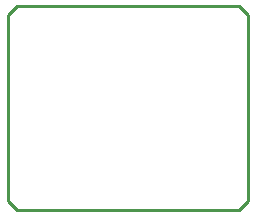
<source format=gko>
G04*
G04 #@! TF.GenerationSoftware,Altium Limited,Altium Designer,19.1.5 (86)*
G04*
G04 Layer_Color=16711935*
%FSLAX25Y25*%
%MOIN*%
G70*
G01*
G75*
%ADD10C,0.01000*%
D10*
Y3000D02*
X3000Y0D01*
X77000D01*
X80000Y3000D01*
Y65000D01*
X77000Y68000D02*
X80000Y65000D01*
X3000Y68000D02*
X77000D01*
X0Y65000D02*
X3000Y68000D01*
X0Y3000D02*
Y65000D01*
M02*

</source>
